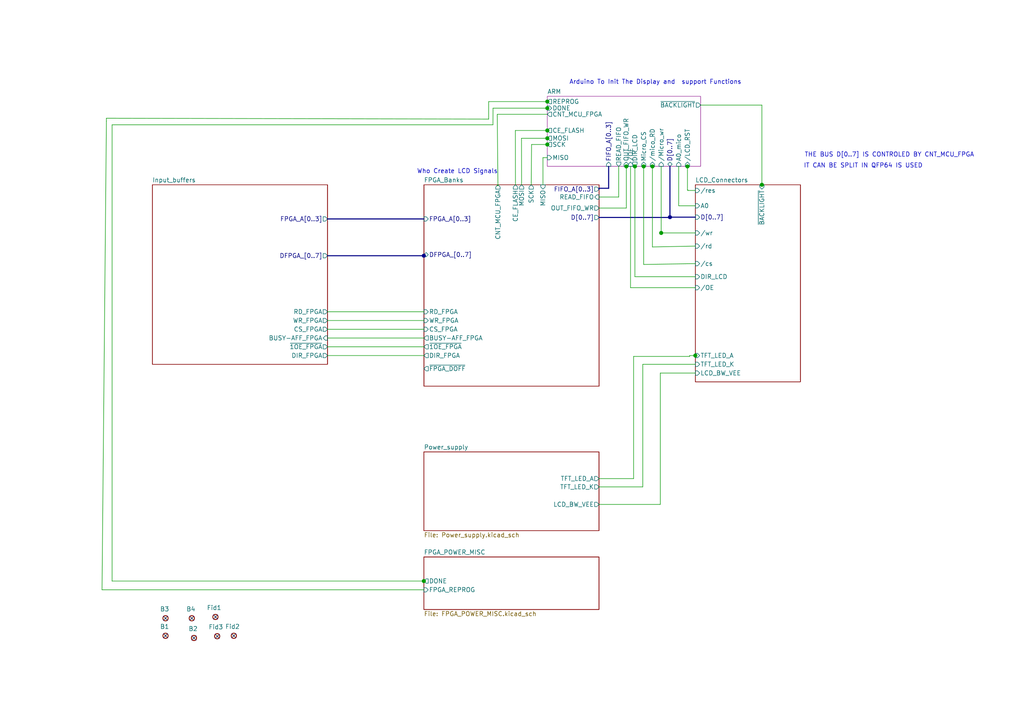
<source format=kicad_sch>
(kicad_sch (version 20200828) (generator eeschema)
  (page 1 7)
  (paper "A4")
  (lib_symbols
    (symbol "LCD_Board-rescue:PLATED_HOLE3.5_PAD6.5-Pads" (pin_names (offset 1.27))
      (property "Reference" "B" (at -1.27 0 0))
      (symbol "PLATED_HOLE3.5_PAD6.5-Pads_0_1"
        (circle (center 0 0) (radius 0.762) (stroke (width 0.254)) (fill (type background)))
        (pin bidirectional line (at 0 0 180) (length 0) (name "1") (number "1"))
      )
    )
    (symbol "LCD_Board-rescue:PLATED_HOLE3.5_PAD6.5-Pads-Mechanical" (pin_names (offset 1.27))
      (property "Reference" "B" (at -1.27 0 0))
      (symbol "PLATED_HOLE3.5_PAD6.5-Pads-Mechanical_0_1"
        (circle (center 0 0) (radius 0.762) (stroke (width 0.254)) (fill (type background)))
        (pin bidirectional line (at 0 0 180) (length 0) (name "1") (number "1"))
      )
    )
  )
  (junction (at 122.936 168.529) (diameter 1.016))
  (junction (at 158.75 29.464) (diameter 1.016))
  (junction (at 158.75 31.369) (diameter 1.016))
  (junction (at 158.75 37.846) (diameter 1.016))
  (junction (at 158.75 40.1066) (diameter 1.016))
  (junction (at 158.75 41.91) (diameter 1.016))
  (junction (at 181.6608 48.26) (diameter 1.016))
  (junction (at 184.15 48.26) (diameter 1.016))
  (junction (at 186.69 48.26) (diameter 1.016))
  (junction (at 189.23 48.26) (diameter 1.016))
  (junction (at 191.77 67.564) (diameter 1.016))
  (junction (at 199.39 48.26) (diameter 1.016))
  (junction (at 201.676 103.124) (diameter 1.016))
  (junction (at 220.98 53.594) (diameter 1.016))
  (junction (at 122.936 74.168) (diameter 1.016))
  (junction (at 194.31 62.992) (diameter 1.016))
  (no_connect (at 48.006 184.404))
  (no_connect (at 55.626 179.324))
  (no_connect (at 62.5094 178.943))
  (no_connect (at 63.0174 184.5564))
  (no_connect (at 67.818 184.404))
  (no_connect (at 56.261 185.039))
  (no_connect (at 48.006 179.324))
  (wire (pts (xy 29.591 171.069) (xy 122.936 171.069)))
  (wire (pts (xy 30.861 34.29) (xy 30.861 35.179)))
  (wire (pts (xy 30.861 35.179) (xy 29.591 171.069)))
  (wire (pts (xy 32.512 36.195) (xy 32.512 168.529)))
  (wire (pts (xy 32.512 36.195) (xy 142.9766 36.195)))
  (wire (pts (xy 32.512 168.529) (xy 122.936 168.529)))
  (wire (pts (xy 94.996 90.424) (xy 122.9614 90.424)))
  (wire (pts (xy 94.996 95.504) (xy 122.9614 95.504)))
  (wire (pts (xy 94.996 100.584) (xy 122.9614 100.584)))
  (wire (pts (xy 94.996 103.124) (xy 122.9614 103.124)))
  (wire (pts (xy 122.936 168.529) (xy 123.063 168.529)))
  (wire (pts (xy 122.9614 92.964) (xy 94.996 92.964)))
  (wire (pts (xy 122.9614 98.044) (xy 94.996 98.044)))
  (wire (pts (xy 123.063 168.529) (xy 123.063 168.656)))
  (wire (pts (xy 141.732 29.464) (xy 141.732 34.544)))
  (wire (pts (xy 141.732 34.544) (xy 30.861 34.29)))
  (wire (pts (xy 143.002 31.369) (xy 142.9766 36.195)))
  (wire (pts (xy 143.002 31.369) (xy 158.75 31.369)))
  (wire (pts (xy 144.145 53.848) (xy 144.399 53.848)))
  (wire (pts (xy 144.2212 33.147) (xy 144.2212 33.528)))
  (wire (pts (xy 144.2212 33.528) (xy 144.4244 53.594)))
  (wire (pts (xy 144.4244 53.594) (xy 144.399 53.848)))
  (wire (pts (xy 149.479 37.846) (xy 149.5044 53.594)))
  (wire (pts (xy 149.479 37.846) (xy 158.75 37.846)))
  (wire (pts (xy 151.257 40.1066) (xy 151.2824 53.594)))
  (wire (pts (xy 151.257 40.1066) (xy 158.75 40.1066)))
  (wire (pts (xy 154.178 41.91) (xy 154.0764 53.594)))
  (wire (pts (xy 154.178 41.91) (xy 158.75 41.91)))
  (wire (pts (xy 157.48 45.72) (xy 158.75 45.72)))
  (wire (pts (xy 157.48 53.594) (xy 157.48 45.72)))
  (wire (pts (xy 158.75 29.464) (xy 141.732 29.464)))
  (wire (pts (xy 158.75 31.369) (xy 158.877 31.369)))
  (wire (pts (xy 158.75 33.147) (xy 144.2212 33.147)))
  (wire (pts (xy 158.75 37.846) (xy 158.877 37.846)))
  (wire (pts (xy 158.75 40.1066) (xy 158.7754 40.1066)))
  (wire (pts (xy 158.75 41.91) (xy 158.877 41.91)))
  (wire (pts (xy 158.877 29.464) (xy 158.75 29.464)))
  (wire (pts (xy 173.736 138.811) (xy 183.769 138.811)))
  (wire (pts (xy 173.736 141.224) (xy 186.436 141.224)))
  (wire (pts (xy 173.736 146.304) (xy 191.516 146.304)))
  (wire (pts (xy 173.7614 57.15) (xy 179.451 57.15)))
  (wire (pts (xy 173.7614 60.3504) (xy 181.6608 60.3504)))
  (wire (pts (xy 179.451 48.26) (xy 179.451 57.15)))
  (wire (pts (xy 181.61 48.006) (xy 181.61 48.26)) (stroke (width 0.152)))
  (wire (pts (xy 181.6608 48.26) (xy 181.61 48.26)))
  (wire (pts (xy 181.6608 60.3504) (xy 181.6608 48.26)))
  (wire (pts (xy 182.88 48.26) (xy 182.88 83.439)))
  (wire (pts (xy 182.88 83.439) (xy 201.676 83.439)))
  (wire (pts (xy 183.769 103.378) (xy 183.769 138.811)))
  (wire (pts (xy 183.769 103.378) (xy 200.025 103.378)))
  (wire (pts (xy 184.15 48.133) (xy 184.15 48.26)))
  (wire (pts (xy 184.15 48.26) (xy 184.15 80.264)))
  (wire (pts (xy 184.15 80.264) (xy 201.676 80.264)))
  (wire (pts (xy 186.436 141.224) (xy 186.436 105.664)))
  (wire (pts (xy 186.69 48.133) (xy 186.69 48.26)))
  (wire (pts (xy 186.69 48.26) (xy 186.69 76.708)))
  (wire (pts (xy 186.69 76.708) (xy 201.676 76.454)))
  (wire (pts (xy 189.23 48.133) (xy 189.23 48.26)))
  (wire (pts (xy 189.23 48.26) (xy 189.23 71.628)))
  (wire (pts (xy 189.23 71.628) (xy 201.676 71.374)))
  (wire (pts (xy 191.516 146.304) (xy 191.516 108.204)))
  (wire (pts (xy 191.77 48.26) (xy 191.77 67.564)))
  (wire (pts (xy 191.77 67.564) (xy 191.516 67.564)))
  (wire (pts (xy 191.77 67.564) (xy 201.676 67.564)))
  (wire (pts (xy 196.85 48.26) (xy 196.85 59.69)))
  (wire (pts (xy 196.85 59.69) (xy 201.676 59.69)))
  (wire (pts (xy 199.39 48.133) (xy 199.39 48.26)))
  (wire (pts (xy 199.39 48.26) (xy 199.39 55.118)))
  (wire (pts (xy 199.517 55.118) (xy 199.39 55.118)))
  (wire (pts (xy 199.517 55.245) (xy 199.517 55.118)))
  (wire (pts (xy 200.025 103.124) (xy 201.676 103.124)))
  (wire (pts (xy 200.025 103.378) (xy 200.025 103.124)))
  (wire (pts (xy 201.676 55.245) (xy 199.517 55.245)))
  (wire (pts (xy 201.676 103.124) (xy 201.803 103.124)))
  (wire (pts (xy 201.676 105.664) (xy 186.436 105.664)))
  (wire (pts (xy 201.676 108.204) (xy 191.516 108.204)))
  (wire (pts (xy 203.2 30.48) (xy 220.98 30.48)))
  (wire (pts (xy 220.98 30.48) (xy 220.98 53.594)))
  (wire (pts (xy 220.98 53.594) (xy 220.98 53.721)))
  (wire (pts (xy 220.98 53.721) (xy 221.107 53.721)))
  (bus (pts (xy 94.996 63.5) (xy 122.9614 63.5)))
  (bus (pts (xy 94.996 74.168) (xy 122.936 74.168)))
  (bus (pts (xy 122.936 73.8632) (xy 122.936 74.168)))
  (bus (pts (xy 122.936 74.168) (xy 123.063 74.168)))
  (bus (pts (xy 122.9614 73.8632) (xy 122.936 73.8632)))
  (bus (pts (xy 173.7614 54.61) (xy 173.7614 54.864)))
  (bus (pts (xy 173.7614 54.61) (xy 176.53 54.61)))
  (bus (pts (xy 173.7614 63.0682) (xy 194.31 63.0682)))
  (bus (pts (xy 176.53 48.26) (xy 176.53 54.61)))
  (bus (pts (xy 194.31 48.26) (xy 194.31 62.992)))
  (bus (pts (xy 194.31 62.992) (xy 194.31 63.0682)))
  (bus (pts (xy 201.676 62.992) (xy 194.31 62.992)))
  (text "Who Create LCD Signals\n\n" (at 144.399 52.578 180) (effects (font (size 1.27 1.27)) (justify right bottom)))
  (text "Arduino To Init The Display and  support Functions" (at 165.1 24.638 0) (effects (font (size 1.27 1.27)) (justify left bottom)))
  (text "IT CAN BE SPLIT IN QFP64 IS USED " (at 268.605 48.895 180) (effects (font (size 1.27 1.27)) (justify right bottom)))
  (text "THE BUS D[0..7] IS CONTROLED BY CNT_MCU_FPGA" (at 282.575 45.72 180) (effects (font (size 1.27 1.27)) (justify right bottom)))
  (symbol (lib_id "LCD_Board-rescue:PLATED_HOLE3.5_PAD6.5-Pads-Mechanical") (at 48.006 179.324 0) (unit 1)
    (property "Reference" "B3" (at 47.752 176.657 0))
    (property "Value" "PLATED_HOLE3.5_PAD6.5" (effects hide))
    (property "Footprint" "Pads:MTG350_650" (effects hide))
    (property "Datasheet" " " (effects hide))
    (property "Family" "Plated Hole" (effects hide))
    (property "Part Number" "PLATED_HOLE3.5_PAD6.5" (effects hide))
    (property "Library Ref" "Single Terminal Socket" (effects hide))
    (property "Library Path" "SchLib\\Pads.SchLib" (effects hide))
    (property "Comment" " " (effects hide))
    (property "Component Kind" "Standard (No BOM)" (effects hide))
    (property "Component Type" "Standard (No BOM)" (effects hide))
    (property "Pin Count" "1" (effects hide))
    (property "Case" " " (effects hide))
    (property "Footprint Path" "PcbLib\\Pads.PcbLib" (effects hide))
    (property "Footprint Ref" "MTG350_650" (effects hide))
    (property "Mounted" "No" (effects hide))
    (property "Socket" "No" (effects hide))
    (property "SMD" "No" (effects hide))
    (property "Sense" "No" (effects hide))
    (property "Sense Comment" " " (effects hide))
    (property "Status" "None" (effects hide))
    (property "Status Comment" " " (effects hide))
    (property "SCEM" " " (effects hide))
    (property "Part Description" "Plated Through Hole: Hole Dia.=3.5mm Pad Dia.=6.5mm" (effects hide))
    (property "Manufacturer" " " (effects hide))
    (property "Manufacturer Part Number" " " (effects hide))
    (property "ComponentHeight" "0mm" (effects hide))
    (property "Manufacturer1 Example" " " (effects hide))
    (property "Manufacturer1 Part Number" " " (effects hide))
    (property "Manufacturer1 ComponentHeight" " " (effects hide))
    (property "ComponentLink1Description" " " (effects hide))
    (property "ComponentLink2Description" " " (effects hide))
    (property "Author" "CERN DEM JLC" (effects hide))
    (property "CreateDate" "11/20/08 00:00:00" (effects hide))
    (property "LatestRevisionDate" "11/23/11 00:00:00" (effects hide))
    (property "PackageDescription" "Plated Through Hole: Hole Dia.=3.5mm Pad Dia.=6.5mm" (effects hide))
    (property "Database Table Name" "Eletro-mechanical" (effects hide))
    (property "Library Name" "Pads" (effects hide))
    (property "Footprint Library" "Pads" (effects hide))
    (property "License" "This work is licensed under the Creative Commons CC-BY-SA 4.0 License. To the extent that circuit schematics that use Licensed Material can be considered to be ‘Adapted Material’, then the copyright holder waives article 3.b of the license with respect to these schematics." (effects hide))
  )
  (symbol (lib_id "LCD_Board-rescue:PLATED_HOLE3.5_PAD6.5-Pads-Mechanical") (at 48.006 184.404 0) (unit 1)
    (property "Reference" "B1" (at 47.752 181.737 0))
    (property "Value" "PLATED_HOLE3.5_PAD6.5" (effects hide))
    (property "Footprint" "Pads:MTG350_650" (effects hide))
    (property "Datasheet" " " (effects hide))
    (property "Family" "Plated Hole" (effects hide))
    (property "Part Number" "PLATED_HOLE3.5_PAD6.5" (effects hide))
    (property "Library Ref" "Single Terminal Socket" (effects hide))
    (property "Library Path" "SchLib\\Pads.SchLib" (effects hide))
    (property "Comment" " " (effects hide))
    (property "Component Kind" "Standard (No BOM)" (effects hide))
    (property "Component Type" "Standard (No BOM)" (effects hide))
    (property "Pin Count" "1" (effects hide))
    (property "Case" " " (effects hide))
    (property "Footprint Path" "PcbLib\\Pads.PcbLib" (effects hide))
    (property "Footprint Ref" "MTG350_650" (effects hide))
    (property "Mounted" "No" (effects hide))
    (property "Socket" "No" (effects hide))
    (property "SMD" "No" (effects hide))
    (property "Sense" "No" (effects hide))
    (property "Sense Comment" " " (effects hide))
    (property "Status" "None" (effects hide))
    (property "Status Comment" " " (effects hide))
    (property "SCEM" " " (effects hide))
    (property "Part Description" "Plated Through Hole: Hole Dia.=3.5mm Pad Dia.=6.5mm" (effects hide))
    (property "Manufacturer" " " (effects hide))
    (property "Manufacturer Part Number" " " (effects hide))
    (property "ComponentHeight" "0mm" (effects hide))
    (property "Manufacturer1 Example" " " (effects hide))
    (property "Manufacturer1 Part Number" " " (effects hide))
    (property "Manufacturer1 ComponentHeight" " " (effects hide))
    (property "ComponentLink1Description" " " (effects hide))
    (property "ComponentLink2Description" " " (effects hide))
    (property "Author" "CERN DEM JLC" (effects hide))
    (property "CreateDate" "11/20/08 00:00:00" (effects hide))
    (property "LatestRevisionDate" "11/23/11 00:00:00" (effects hide))
    (property "PackageDescription" "Plated Through Hole: Hole Dia.=3.5mm Pad Dia.=6.5mm" (effects hide))
    (property "Database Table Name" "Eletro-mechanical" (effects hide))
    (property "Library Name" "Pads" (effects hide))
    (property "Footprint Library" "Pads" (effects hide))
    (property "License" "This work is licensed under the Creative Commons CC-BY-SA 4.0 License. To the extent that circuit schematics that use Licensed Material can be considered to be ‘Adapted Material’, then the copyright holder waives article 3.b of the license with respect to these schematics." (effects hide))
  )
  (symbol (lib_id "LCD_Board-rescue:PLATED_HOLE3.5_PAD6.5-Pads-Mechanical") (at 55.626 179.324 0) (unit 1)
    (property "Reference" "B4" (at 55.372 176.657 0))
    (property "Value" "PLATED_HOLE3.5_PAD6.5" (effects hide))
    (property "Footprint" "Pads:MTG350_650" (effects hide))
    (property "Datasheet" " " (effects hide))
    (property "Family" "Plated Hole" (effects hide))
    (property "Part Number" "PLATED_HOLE3.5_PAD6.5" (effects hide))
    (property "Library Ref" "Single Terminal Socket" (effects hide))
    (property "Library Path" "SchLib\\Pads.SchLib" (effects hide))
    (property "Comment" " " (effects hide))
    (property "Component Kind" "Standard (No BOM)" (effects hide))
    (property "Component Type" "Standard (No BOM)" (effects hide))
    (property "Pin Count" "1" (effects hide))
    (property "Case" " " (effects hide))
    (property "Footprint Path" "PcbLib\\Pads.PcbLib" (effects hide))
    (property "Footprint Ref" "MTG350_650" (effects hide))
    (property "Mounted" "No" (effects hide))
    (property "Socket" "No" (effects hide))
    (property "SMD" "No" (effects hide))
    (property "Sense" "No" (effects hide))
    (property "Sense Comment" " " (effects hide))
    (property "Status" "None" (effects hide))
    (property "Status Comment" " " (effects hide))
    (property "SCEM" " " (effects hide))
    (property "Part Description" "Plated Through Hole: Hole Dia.=3.5mm Pad Dia.=6.5mm" (effects hide))
    (property "Manufacturer" " " (effects hide))
    (property "Manufacturer Part Number" " " (effects hide))
    (property "ComponentHeight" "0mm" (effects hide))
    (property "Manufacturer1 Example" " " (effects hide))
    (property "Manufacturer1 Part Number" " " (effects hide))
    (property "Manufacturer1 ComponentHeight" " " (effects hide))
    (property "ComponentLink1Description" " " (effects hide))
    (property "ComponentLink2Description" " " (effects hide))
    (property "Author" "CERN DEM JLC" (effects hide))
    (property "CreateDate" "11/20/08 00:00:00" (effects hide))
    (property "LatestRevisionDate" "11/23/11 00:00:00" (effects hide))
    (property "PackageDescription" "Plated Through Hole: Hole Dia.=3.5mm Pad Dia.=6.5mm" (effects hide))
    (property "Database Table Name" "Eletro-mechanical" (effects hide))
    (property "Library Name" "Pads" (effects hide))
    (property "Footprint Library" "Pads" (effects hide))
    (property "License" "This work is licensed under the Creative Commons CC-BY-SA 4.0 License. To the extent that circuit schematics that use Licensed Material can be considered to be ‘Adapted Material’, then the copyright holder waives article 3.b of the license with respect to these schematics." (effects hide))
  )
  (symbol (lib_id "LCD_Board-rescue:PLATED_HOLE3.5_PAD6.5-Pads-Mechanical") (at 56.261 185.039 0) (unit 1)
    (property "Reference" "B2" (at 56.007 182.372 0))
    (property "Value" "PLATED_HOLE3.5_PAD6.5" (effects hide))
    (property "Footprint" "Pads:MTG350_650" (effects hide))
    (property "Datasheet" " " (effects hide))
    (property "Family" "Plated Hole" (effects hide))
    (property "Part Number" "PLATED_HOLE3.5_PAD6.5" (effects hide))
    (property "Library Ref" "Single Terminal Socket" (effects hide))
    (property "Library Path" "SchLib\\Pads.SchLib" (effects hide))
    (property "Comment" " " (effects hide))
    (property "Component Kind" "Standard (No BOM)" (effects hide))
    (property "Component Type" "Standard (No BOM)" (effects hide))
    (property "Pin Count" "1" (effects hide))
    (property "Case" " " (effects hide))
    (property "Footprint Path" "PcbLib\\Pads.PcbLib" (effects hide))
    (property "Footprint Ref" "MTG350_650" (effects hide))
    (property "Mounted" "No" (effects hide))
    (property "Socket" "No" (effects hide))
    (property "SMD" "No" (effects hide))
    (property "Sense" "No" (effects hide))
    (property "Sense Comment" " " (effects hide))
    (property "Status" "None" (effects hide))
    (property "Status Comment" " " (effects hide))
    (property "SCEM" " " (effects hide))
    (property "Part Description" "Plated Through Hole: Hole Dia.=3.5mm Pad Dia.=6.5mm" (effects hide))
    (property "Manufacturer" " " (effects hide))
    (property "Manufacturer Part Number" " " (effects hide))
    (property "ComponentHeight" "0mm" (effects hide))
    (property "Manufacturer1 Example" " " (effects hide))
    (property "Manufacturer1 Part Number" " " (effects hide))
    (property "Manufacturer1 ComponentHeight" " " (effects hide))
    (property "ComponentLink1Description" " " (effects hide))
    (property "ComponentLink2Description" " " (effects hide))
    (property "Author" "CERN DEM JLC" (effects hide))
    (property "CreateDate" "11/20/08 00:00:00" (effects hide))
    (property "LatestRevisionDate" "11/23/11 00:00:00" (effects hide))
    (property "PackageDescription" "Plated Through Hole: Hole Dia.=3.5mm Pad Dia.=6.5mm" (effects hide))
    (property "Database Table Name" "Eletro-mechanical" (effects hide))
    (property "Library Name" "Pads" (effects hide))
    (property "Footprint Library" "Pads" (effects hide))
    (property "License" "This work is licensed under the Creative Commons CC-BY-SA 4.0 License. To the extent that circuit schematics that use Licensed Material can be considered to be ‘Adapted Material’, then the copyright holder waives article 3.b of the license with respect to these schematics." (effects hide))
  )
  (symbol (lib_id "LCD_Board-rescue:PLATED_HOLE3.5_PAD6.5-Pads") (at 62.484 178.943 0) (unit 1) (in_bom no)
    (property "Reference" "Fid1" (at 62.103 176.27 0))
    (property "Value" "PLATED_HOLE3.5_PAD6.5-Pads" (effects hide))
    (property "Footprint" "Fiducial:Fiducial_1mm_Mask2mm" (effects hide))
    (property "Family" "Plated Hole" (effects hide))
    (property "Part Number" "PLATED_HOLE3.5_PAD6.5" (effects hide))
    (property "Library Ref" "Single Terminal Socket" (effects hide))
    (property "Library Path" "SchLib\\Pads.SchLib" (effects hide))
    (property "Comment" " " (effects hide))
    (property "Component Kind" "Standard (No BOM)" (effects hide))
    (property "Component Type" "Standard (No BOM)" (effects hide))
    (property "Pin Count" "1" (effects hide))
    (property "Case" " " (effects hide))
    (property "Footprint Path" "PcbLib\\Pads.PcbLib" (effects hide))
    (property "Footprint Ref" "MTG350_650" (effects hide))
    (property "Mounted" "No" (effects hide))
    (property "Socket" "No" (effects hide))
    (property "SMD" "No" (effects hide))
    (property "Sense" "No" (effects hide))
    (property "Sense Comment" " " (effects hide))
    (property "Status" "None" (effects hide))
    (property "Status Comment" " " (effects hide))
    (property "SCEM" " " (effects hide))
    (property "Part Description" "Plated Through Hole: Hole Dia.=3.5mm Pad Dia.=6.5mm" (effects hide))
    (property "Manufacturer" " " (effects hide))
    (property "Manufacturer Part Number" " " (effects hide))
    (property "ComponentHeight" "0mm" (effects hide))
    (property "Manufacturer1 Example" " " (effects hide))
    (property "Manufacturer1 Part Number" " " (effects hide))
    (property "Manufacturer1 ComponentHeight" " " (effects hide))
    (property "ComponentLink1Description" " " (effects hide))
    (property "ComponentLink2Description" " " (effects hide))
    (property "Author" "CERN DEM JLC" (effects hide))
    (property "CreateDate" "11/20/08 00:00:00" (effects hide))
    (property "LatestRevisionDate" "11/23/11 00:00:00" (effects hide))
    (property "PackageDescription" "Plated Through Hole: Hole Dia.=3.5mm Pad Dia.=6.5mm" (effects hide))
    (property "Database Table Name" "Eletro-mechanical" (effects hide))
    (property "Library Name" "Pads" (effects hide))
    (property "Footprint Library" "Pads" (effects hide))
    (property "License" "This work is licensed under the Creative Commons CC-BY-SA 4.0 License. To the extent that circuit schematics that use Licensed Material can be considered to be ‘Adapted Material’, then the copyright holder waives article 3.b of the license with respect to these schematics." (effects hide))
  )
  (symbol (lib_id "LCD_Board-rescue:PLATED_HOLE3.5_PAD6.5-Pads") (at 62.992 184.531 0) (unit 1) (in_bom no)
    (property "Reference" "Fid3" (at 62.611 181.858 0))
    (property "Value" "PLATED_HOLE3.5_PAD6.5-Pads" (effects hide))
    (property "Footprint" "Fiducial:Fiducial_1mm_Mask2mm" (effects hide))
    (property "Family" "Plated Hole" (effects hide))
    (property "Part Number" "PLATED_HOLE3.5_PAD6.5" (effects hide))
    (property "Library Ref" "Single Terminal Socket" (effects hide))
    (property "Library Path" "SchLib\\Pads.SchLib" (effects hide))
    (property "Comment" " " (effects hide))
    (property "Component Kind" "Standard (No BOM)" (effects hide))
    (property "Component Type" "Standard (No BOM)" (effects hide))
    (property "Pin Count" "1" (effects hide))
    (property "Case" " " (effects hide))
    (property "Footprint Path" "PcbLib\\Pads.PcbLib" (effects hide))
    (property "Footprint Ref" "MTG350_650" (effects hide))
    (property "Mounted" "No" (effects hide))
    (property "Socket" "No" (effects hide))
    (property "SMD" "No" (effects hide))
    (property "Sense" "No" (effects hide))
    (property "Sense Comment" " " (effects hide))
    (property "Status" "None" (effects hide))
    (property "Status Comment" " " (effects hide))
    (property "SCEM" " " (effects hide))
    (property "Part Description" "Plated Through Hole: Hole Dia.=3.5mm Pad Dia.=6.5mm" (effects hide))
    (property "Manufacturer" " " (effects hide))
    (property "Manufacturer Part Number" " " (effects hide))
    (property "ComponentHeight" "0mm" (effects hide))
    (property "Manufacturer1 Example" " " (effects hide))
    (property "Manufacturer1 Part Number" " " (effects hide))
    (property "Manufacturer1 ComponentHeight" " " (effects hide))
    (property "ComponentLink1Description" " " (effects hide))
    (property "ComponentLink2Description" " " (effects hide))
    (property "Author" "CERN DEM JLC" (effects hide))
    (property "CreateDate" "11/20/08 00:00:00" (effects hide))
    (property "LatestRevisionDate" "11/23/11 00:00:00" (effects hide))
    (property "PackageDescription" "Plated Through Hole: Hole Dia.=3.5mm Pad Dia.=6.5mm" (effects hide))
    (property "Database Table Name" "Eletro-mechanical" (effects hide))
    (property "Library Name" "Pads" (effects hide))
    (property "Footprint Library" "Pads" (effects hide))
  )
  (symbol (lib_id "LCD_Board-rescue:PLATED_HOLE3.5_PAD6.5-Pads") (at 67.818 184.404 0) (unit 1) (in_bom no)
    (property "Reference" "Fid2" (at 67.437 181.731 0))
    (property "Value" "PLATED_HOLE3.5_PAD6.5-Pads" (effects hide))
    (property "Footprint" "Fiducial:Fiducial_1mm_Mask2mm" (effects hide))
    (property "Family" "Plated Hole" (effects hide))
    (property "Part Number" "PLATED_HOLE3.5_PAD6.5" (effects hide))
    (property "Library Ref" "Single Terminal Socket" (effects hide))
    (property "Library Path" "SchLib\\Pads.SchLib" (effects hide))
    (property "Comment" " " (effects hide))
    (property "Component Kind" "Standard (No BOM)" (effects hide))
    (property "Component Type" "Standard (No BOM)" (effects hide))
    (property "Pin Count" "1" (effects hide))
    (property "Case" " " (effects hide))
    (property "Footprint Path" "PcbLib\\Pads.PcbLib" (effects hide))
    (property "Footprint Ref" "MTG350_650" (effects hide))
    (property "Mounted" "No" (effects hide))
    (property "Socket" "No" (effects hide))
    (property "SMD" "No" (effects hide))
    (property "Sense" "No" (effects hide))
    (property "Sense Comment" " " (effects hide))
    (property "Status" "None" (effects hide))
    (property "Status Comment" " " (effects hide))
    (property "SCEM" " " (effects hide))
    (property "Part Description" "Plated Through Hole: Hole Dia.=3.5mm Pad Dia.=6.5mm" (effects hide))
    (property "Manufacturer" " " (effects hide))
    (property "Manufacturer Part Number" " " (effects hide))
    (property "ComponentHeight" "0mm" (effects hide))
    (property "Manufacturer1 Example" " " (effects hide))
    (property "Manufacturer1 Part Number" " " (effects hide))
    (property "Manufacturer1 ComponentHeight" " " (effects hide))
    (property "ComponentLink1Description" " " (effects hide))
    (property "ComponentLink2Description" " " (effects hide))
    (property "Author" "CERN DEM JLC" (effects hide))
    (property "CreateDate" "11/20/08 00:00:00" (effects hide))
    (property "LatestRevisionDate" "11/23/11 00:00:00" (effects hide))
    (property "PackageDescription" "Plated Through Hole: Hole Dia.=3.5mm Pad Dia.=6.5mm" (effects hide))
    (property "Database Table Name" "Eletro-mechanical" (effects hide))
    (property "Library Name" "Pads" (effects hide))
    (property "Footprint Library" "Pads" (effects hide))
  )
  (sheet (at 158.75 27.94) (size 44.45 20.32) (stroke (width 0.001) (color 132 0 132 1)) (fill (color 255 255 255 0.0000))
    (property "Sheet name" "ARM" (at 158.7504 27.3036 0) (effects (justify left bottom)))
    (property "Sheet file" "Arm.kicad_sch" (effects hide))
    (pin "Micro_CS" input (at 186.69 48.26 270))
    (pin "{slash}mico_RD" input (at 189.23 48.26 270))
    (pin "A0_mico" input (at 196.85 48.26 270))
    (pin "{slash}LCD_RST" input (at 199.39 48.26 270))
    (pin "DONE" input (at 158.75 31.369 180))
    (pin "REPROG" output (at 158.75 29.464 180))
    (pin "~BACKLIGHT~" output (at 203.2 30.48 0))
    (pin "{slash}Micro_wr" input (at 191.77 48.26 270))
    (pin "D[0..7]" bidirectional (at 194.31 48.26 270))
    (pin "DIR_LCD" output (at 184.15 48.26 270))
    (pin "MOSI" output (at 158.75 40.1066 180))
    (pin "SCK" output (at 158.75 41.91 180))
    (pin "MISO" input (at 158.75 45.72 180))
    (pin "CNT_MCU_FPGA" output (at 158.75 33.147 180))
    (pin "CE_FLASH" output (at 158.75 37.846 180))
    (pin "FIFO_A[0..3]" input (at 176.53 48.26 270))
    (pin "READ_FIFO" output (at 179.451 48.26 270))
    (pin "OUT_FIFO_WR" input (at 181.61 48.26 270))
    (pin "{slash}OE" input (at 182.88 48.26 270))
  )
  (sheet (at 122.9614 53.594) (size 50.8 58.42)
    (property "Sheet name" "FPGA_Banks" (at 122.9614 52.9585 0) (effects (justify left bottom)))
    (property "Sheet file" "FPGA_Banks.kicad_sch" (effects hide))
    (pin "RD_FPGA" input (at 122.9614 90.424 180))
    (pin "WR_FPGA" input (at 122.9614 92.964 180))
    (pin "CS_FPGA" input (at 122.9614 95.504 180))
    (pin "BUSY-AFF_FPGA" output (at 122.9614 98.044 180))
    (pin "~1OE_FPGA~" output (at 122.9614 100.584 180))
    (pin "DIR_FPGA" output (at 122.9614 103.124 180))
    (pin "~FPGA_DOFF~" output (at 122.9614 106.934 180))
    (pin "D[0..7]" output (at 173.7614 63.0682 0))
    (pin "DFPGA_[0..7]" bidirectional (at 122.9614 73.8632 180))
    (pin "FPGA_A[0..3]" input (at 122.9614 63.5 180))
    (pin "CNT_MCU_FPGA" output (at 144.4244 53.594 90))
    (pin "MOSI" output (at 151.2824 53.594 90))
    (pin "CE_FLASH" output (at 149.5044 53.594 90))
    (pin "SCK" output (at 154.0764 53.594 90))
    (pin "MISO" input (at 157.48 53.594 90))
    (pin "FIFO_A[0..3]" output (at 173.7614 54.864 0))
    (pin "READ_FIFO" input (at 173.7614 57.15 0))
    (pin "OUT_FIFO_WR" output (at 173.7614 60.3504 0))
  )
  (sheet (at 122.936 161.544) (size 50.8 15.24)
    (property "Sheet name" "FPGA_POWER_MISC" (at 122.936 160.9085 0) (effects (justify left bottom)))
    (property "Sheet file" "FPGA_POWER_MISC.kicad_sch" (at 122.936 177.2925 0) (effects (justify left top)))
    (pin "DONE" output (at 122.936 168.529 180))
    (pin "FPGA_REPROG" input (at 122.936 171.069 180))
  )
  (sheet (at 44.196 53.594) (size 50.8 52.07)
    (property "Sheet name" "Input_buffers" (at 44.196 52.9585 0) (effects (justify left bottom)))
    (property "Sheet file" "Input_buffers.kicad_sch" (effects hide))
    (pin "RD_FPGA" output (at 94.996 90.424 0))
    (pin "WR_FPGA" output (at 94.996 92.964 0))
    (pin "CS_FPGA" output (at 94.996 95.504 0))
    (pin "BUSY-AFF_FPGA" input (at 94.996 98.044 0))
    (pin "~1OE_FPGA~" output (at 94.996 100.584 0))
    (pin "DIR_FPGA" output (at 94.996 103.124 0))
    (pin "DFPGA_[0..7]" output (at 94.996 74.168 0))
    (pin "FPGA_A[0..3]" output (at 94.996 63.5 0))
  )
  (sheet (at 201.676 53.594) (size 30.48 57.15)
    (property "Sheet name" "LCD_Connectors" (at 201.676 52.9585 0) (effects (justify left bottom)))
    (property "Sheet file" "LCD_Connectors.kicad_sch" (effects hide))
    (pin "TFT_LED_A" input (at 201.676 103.124 180))
    (pin "TFT_LED_K" input (at 201.676 105.664 180))
    (pin "LCD_BW_VEE" input (at 201.676 108.204 180))
    (pin "{slash}wr" input (at 201.676 67.564 180))
    (pin "{slash}rd" input (at 201.676 71.374 180))
    (pin "{slash}cs" input (at 201.676 76.454 180))
    (pin "A0" input (at 201.676 59.69 180))
    (pin "{slash}res" input (at 201.676 55.245 180))
    (pin "{slash}OE" input (at 201.676 83.439 180))
    (pin "DIR_LCD" input (at 201.676 80.264 180))
    (pin "D[0..7]" input (at 201.676 62.992 180))
    (pin "~BACKLIGHT~" input (at 220.98 53.594 90))
  )
  (sheet (at 122.936 131.064) (size 50.8 22.86)
    (property "Sheet name" "Power_supply" (at 122.936 130.4285 0) (effects (justify left bottom)))
    (property "Sheet file" "Power_supply.kicad_sch" (at 122.936 154.4325 0) (effects (justify left top)))
    (pin "TFT_LED_K" output (at 173.736 141.224 0))
    (pin "TFT_LED_A" output (at 173.736 138.811 0))
    (pin "LCD_BW_VEE" output (at 173.736 146.304 0))
  )
)
</source>
